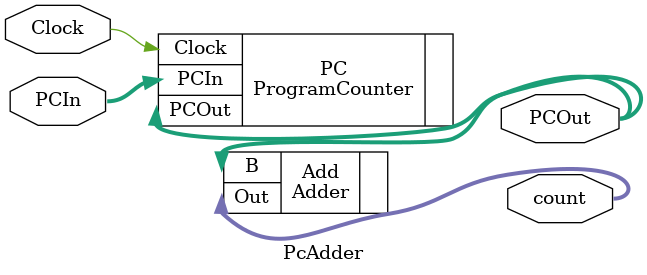
<source format=v>
`timescale 1ns / 1ps

module PcAdder(Clock, PCIn, PCOut, count);
	input Clock;
	input [63:0] PCIn;
	output [63:0] PCOut;
	output [63:0] count;
	// Modules
	ProgramCounter PC(.PCIn(PCIn),.Clock(Clock),.PCOut(PCOut));
	Adder Add(.B(PCOut), .Out(count));
endmodule

</source>
